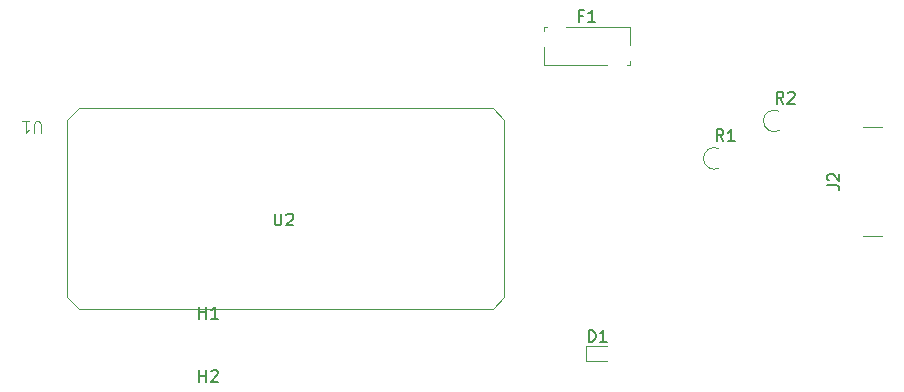
<source format=gbr>
%TF.GenerationSoftware,KiCad,Pcbnew,9.0.5*%
%TF.CreationDate,2025-10-22T09:55:28-06:00*%
%TF.ProjectId,powerBank,706f7765-7242-4616-9e6b-2e6b69636164,rev?*%
%TF.SameCoordinates,Original*%
%TF.FileFunction,Legend,Top*%
%TF.FilePolarity,Positive*%
%FSLAX46Y46*%
G04 Gerber Fmt 4.6, Leading zero omitted, Abs format (unit mm)*
G04 Created by KiCad (PCBNEW 9.0.5) date 2025-10-22 09:55:28*
%MOMM*%
%LPD*%
G01*
G04 APERTURE LIST*
%ADD10C,0.150000*%
%ADD11C,0.100000*%
%ADD12C,0.120000*%
G04 APERTURE END LIST*
D10*
X187392319Y-66418333D02*
X188106604Y-66418333D01*
X188106604Y-66418333D02*
X188249461Y-66465952D01*
X188249461Y-66465952D02*
X188344700Y-66561190D01*
X188344700Y-66561190D02*
X188392319Y-66704047D01*
X188392319Y-66704047D02*
X188392319Y-66799285D01*
X187487557Y-65989761D02*
X187439938Y-65942142D01*
X187439938Y-65942142D02*
X187392319Y-65846904D01*
X187392319Y-65846904D02*
X187392319Y-65608809D01*
X187392319Y-65608809D02*
X187439938Y-65513571D01*
X187439938Y-65513571D02*
X187487557Y-65465952D01*
X187487557Y-65465952D02*
X187582795Y-65418333D01*
X187582795Y-65418333D02*
X187678033Y-65418333D01*
X187678033Y-65418333D02*
X187820890Y-65465952D01*
X187820890Y-65465952D02*
X188392319Y-66037380D01*
X188392319Y-66037380D02*
X188392319Y-65418333D01*
D11*
X120776904Y-62002580D02*
X120776904Y-61193057D01*
X120776904Y-61193057D02*
X120729285Y-61097819D01*
X120729285Y-61097819D02*
X120681666Y-61050200D01*
X120681666Y-61050200D02*
X120586428Y-61002580D01*
X120586428Y-61002580D02*
X120395952Y-61002580D01*
X120395952Y-61002580D02*
X120300714Y-61050200D01*
X120300714Y-61050200D02*
X120253095Y-61097819D01*
X120253095Y-61097819D02*
X120205476Y-61193057D01*
X120205476Y-61193057D02*
X120205476Y-62002580D01*
X119205476Y-61002580D02*
X119776904Y-61002580D01*
X119491190Y-61002580D02*
X119491190Y-62002580D01*
X119491190Y-62002580D02*
X119586428Y-61859723D01*
X119586428Y-61859723D02*
X119681666Y-61764485D01*
X119681666Y-61764485D02*
X119776904Y-61716866D01*
D10*
X178583333Y-62669819D02*
X178250000Y-62193628D01*
X178011905Y-62669819D02*
X178011905Y-61669819D01*
X178011905Y-61669819D02*
X178392857Y-61669819D01*
X178392857Y-61669819D02*
X178488095Y-61717438D01*
X178488095Y-61717438D02*
X178535714Y-61765057D01*
X178535714Y-61765057D02*
X178583333Y-61860295D01*
X178583333Y-61860295D02*
X178583333Y-62003152D01*
X178583333Y-62003152D02*
X178535714Y-62098390D01*
X178535714Y-62098390D02*
X178488095Y-62146009D01*
X178488095Y-62146009D02*
X178392857Y-62193628D01*
X178392857Y-62193628D02*
X178011905Y-62193628D01*
X179535714Y-62669819D02*
X178964286Y-62669819D01*
X179250000Y-62669819D02*
X179250000Y-61669819D01*
X179250000Y-61669819D02*
X179154762Y-61812676D01*
X179154762Y-61812676D02*
X179059524Y-61907914D01*
X179059524Y-61907914D02*
X178964286Y-61955533D01*
X140583095Y-68809819D02*
X140583095Y-69619342D01*
X140583095Y-69619342D02*
X140630714Y-69714580D01*
X140630714Y-69714580D02*
X140678333Y-69762200D01*
X140678333Y-69762200D02*
X140773571Y-69809819D01*
X140773571Y-69809819D02*
X140964047Y-69809819D01*
X140964047Y-69809819D02*
X141059285Y-69762200D01*
X141059285Y-69762200D02*
X141106904Y-69714580D01*
X141106904Y-69714580D02*
X141154523Y-69619342D01*
X141154523Y-69619342D02*
X141154523Y-68809819D01*
X141583095Y-68905057D02*
X141630714Y-68857438D01*
X141630714Y-68857438D02*
X141725952Y-68809819D01*
X141725952Y-68809819D02*
X141964047Y-68809819D01*
X141964047Y-68809819D02*
X142059285Y-68857438D01*
X142059285Y-68857438D02*
X142106904Y-68905057D01*
X142106904Y-68905057D02*
X142154523Y-69000295D01*
X142154523Y-69000295D02*
X142154523Y-69095533D01*
X142154523Y-69095533D02*
X142106904Y-69238390D01*
X142106904Y-69238390D02*
X141535476Y-69809819D01*
X141535476Y-69809819D02*
X142154523Y-69809819D01*
X134218095Y-77694819D02*
X134218095Y-76694819D01*
X134218095Y-77171009D02*
X134789523Y-77171009D01*
X134789523Y-77694819D02*
X134789523Y-76694819D01*
X135789523Y-77694819D02*
X135218095Y-77694819D01*
X135503809Y-77694819D02*
X135503809Y-76694819D01*
X135503809Y-76694819D02*
X135408571Y-76837676D01*
X135408571Y-76837676D02*
X135313333Y-76932914D01*
X135313333Y-76932914D02*
X135218095Y-76980533D01*
X183663333Y-59494819D02*
X183330000Y-59018628D01*
X183091905Y-59494819D02*
X183091905Y-58494819D01*
X183091905Y-58494819D02*
X183472857Y-58494819D01*
X183472857Y-58494819D02*
X183568095Y-58542438D01*
X183568095Y-58542438D02*
X183615714Y-58590057D01*
X183615714Y-58590057D02*
X183663333Y-58685295D01*
X183663333Y-58685295D02*
X183663333Y-58828152D01*
X183663333Y-58828152D02*
X183615714Y-58923390D01*
X183615714Y-58923390D02*
X183568095Y-58971009D01*
X183568095Y-58971009D02*
X183472857Y-59018628D01*
X183472857Y-59018628D02*
X183091905Y-59018628D01*
X184044286Y-58590057D02*
X184091905Y-58542438D01*
X184091905Y-58542438D02*
X184187143Y-58494819D01*
X184187143Y-58494819D02*
X184425238Y-58494819D01*
X184425238Y-58494819D02*
X184520476Y-58542438D01*
X184520476Y-58542438D02*
X184568095Y-58590057D01*
X184568095Y-58590057D02*
X184615714Y-58685295D01*
X184615714Y-58685295D02*
X184615714Y-58780533D01*
X184615714Y-58780533D02*
X184568095Y-58923390D01*
X184568095Y-58923390D02*
X183996667Y-59494819D01*
X183996667Y-59494819D02*
X184615714Y-59494819D01*
X134218095Y-83044819D02*
X134218095Y-82044819D01*
X134218095Y-82521009D02*
X134789523Y-82521009D01*
X134789523Y-83044819D02*
X134789523Y-82044819D01*
X135218095Y-82140057D02*
X135265714Y-82092438D01*
X135265714Y-82092438D02*
X135360952Y-82044819D01*
X135360952Y-82044819D02*
X135599047Y-82044819D01*
X135599047Y-82044819D02*
X135694285Y-82092438D01*
X135694285Y-82092438D02*
X135741904Y-82140057D01*
X135741904Y-82140057D02*
X135789523Y-82235295D01*
X135789523Y-82235295D02*
X135789523Y-82330533D01*
X135789523Y-82330533D02*
X135741904Y-82473390D01*
X135741904Y-82473390D02*
X135170476Y-83044819D01*
X135170476Y-83044819D02*
X135789523Y-83044819D01*
X167186905Y-79669819D02*
X167186905Y-78669819D01*
X167186905Y-78669819D02*
X167425000Y-78669819D01*
X167425000Y-78669819D02*
X167567857Y-78717438D01*
X167567857Y-78717438D02*
X167663095Y-78812676D01*
X167663095Y-78812676D02*
X167710714Y-78907914D01*
X167710714Y-78907914D02*
X167758333Y-79098390D01*
X167758333Y-79098390D02*
X167758333Y-79241247D01*
X167758333Y-79241247D02*
X167710714Y-79431723D01*
X167710714Y-79431723D02*
X167663095Y-79526961D01*
X167663095Y-79526961D02*
X167567857Y-79622200D01*
X167567857Y-79622200D02*
X167425000Y-79669819D01*
X167425000Y-79669819D02*
X167186905Y-79669819D01*
X168710714Y-79669819D02*
X168139286Y-79669819D01*
X168425000Y-79669819D02*
X168425000Y-78669819D01*
X168425000Y-78669819D02*
X168329762Y-78812676D01*
X168329762Y-78812676D02*
X168234524Y-78907914D01*
X168234524Y-78907914D02*
X168139286Y-78955533D01*
X166671666Y-52041009D02*
X166338333Y-52041009D01*
X166338333Y-52564819D02*
X166338333Y-51564819D01*
X166338333Y-51564819D02*
X166814523Y-51564819D01*
X167719285Y-52564819D02*
X167147857Y-52564819D01*
X167433571Y-52564819D02*
X167433571Y-51564819D01*
X167433571Y-51564819D02*
X167338333Y-51707676D01*
X167338333Y-51707676D02*
X167243095Y-51802914D01*
X167243095Y-51802914D02*
X167147857Y-51850533D01*
D12*
%TO.C,J2*%
X190397500Y-61485000D02*
X192027500Y-61485000D01*
X190397500Y-70685000D02*
X192027500Y-70685000D01*
%TO.C,R1*%
X178217133Y-64955000D02*
G75*
G02*
X178217133Y-63315000I-417133J820000D01*
G01*
%TO.C,U2*%
X123045000Y-60855000D02*
X124045000Y-59855000D01*
X123045000Y-75855000D02*
X123045000Y-60855000D01*
X123045000Y-75855000D02*
X124045000Y-76855000D01*
X124045000Y-59855000D02*
X159045000Y-59855000D01*
X124045000Y-76855000D02*
X159045000Y-76855000D01*
X159045000Y-76855000D02*
X160045000Y-75855000D01*
X160045000Y-60855000D02*
X159045000Y-59855000D01*
X160045000Y-75855000D02*
X160045000Y-60855000D01*
%TO.C,R2*%
X183297133Y-61780000D02*
G75*
G02*
X183297133Y-60140000I-417133J820000D01*
G01*
%TO.C,D1*%
X166910000Y-80035000D02*
X166910000Y-81255000D01*
X166910000Y-81255000D02*
X168725000Y-81255000D01*
X168725000Y-80035000D02*
X166910000Y-80035000D01*
%TO.C,F1*%
X163355000Y-53010000D02*
X163617000Y-53010000D01*
X163355000Y-53308000D02*
X163355000Y-53010000D01*
X163355000Y-56210000D02*
X163355000Y-54712000D01*
X165293000Y-53010000D02*
X170655000Y-53010000D01*
X168717000Y-56210000D02*
X163355000Y-56210000D01*
X170655000Y-53010000D02*
X170655000Y-54508000D01*
X170655000Y-55912000D02*
X170655000Y-56210000D01*
X170655000Y-56210000D02*
X170393000Y-56210000D01*
%TD*%
M02*

</source>
